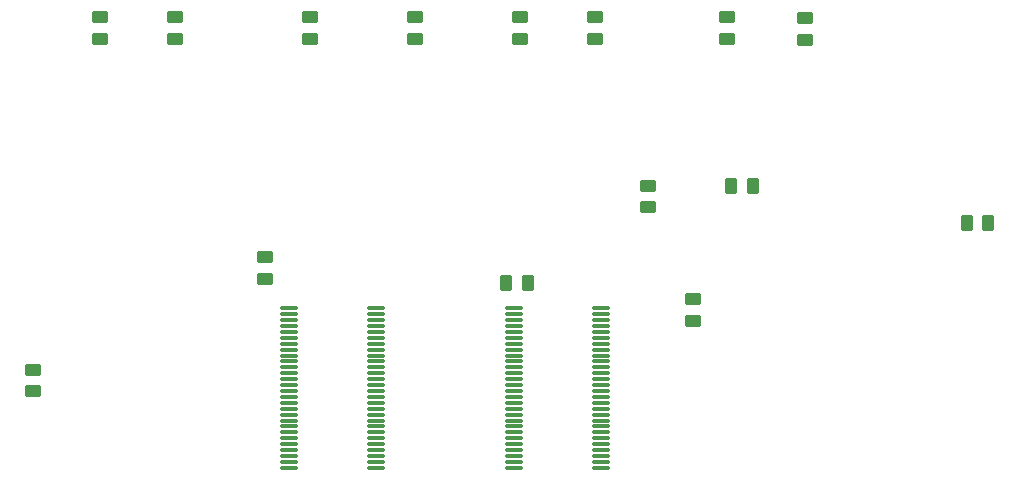
<source format=gbr>
%TF.GenerationSoftware,KiCad,Pcbnew,7.0.8*%
%TF.CreationDate,2023-11-22T21:34:50-08:00*%
%TF.ProjectId,DevkitHotswapPicoHub,4465766b-6974-4486-9f74-737761705069,rev?*%
%TF.SameCoordinates,Original*%
%TF.FileFunction,Paste,Top*%
%TF.FilePolarity,Positive*%
%FSLAX46Y46*%
G04 Gerber Fmt 4.6, Leading zero omitted, Abs format (unit mm)*
G04 Created by KiCad (PCBNEW 7.0.8) date 2023-11-22 21:34:50*
%MOMM*%
%LPD*%
G01*
G04 APERTURE LIST*
G04 Aperture macros list*
%AMRoundRect*
0 Rectangle with rounded corners*
0 $1 Rounding radius*
0 $2 $3 $4 $5 $6 $7 $8 $9 X,Y pos of 4 corners*
0 Add a 4 corners polygon primitive as box body*
4,1,4,$2,$3,$4,$5,$6,$7,$8,$9,$2,$3,0*
0 Add four circle primitives for the rounded corners*
1,1,$1+$1,$2,$3*
1,1,$1+$1,$4,$5*
1,1,$1+$1,$6,$7*
1,1,$1+$1,$8,$9*
0 Add four rect primitives between the rounded corners*
20,1,$1+$1,$2,$3,$4,$5,0*
20,1,$1+$1,$4,$5,$6,$7,0*
20,1,$1+$1,$6,$7,$8,$9,0*
20,1,$1+$1,$8,$9,$2,$3,0*%
G04 Aperture macros list end*
%ADD10RoundRect,0.250000X-0.450000X0.262500X-0.450000X-0.262500X0.450000X-0.262500X0.450000X0.262500X0*%
%ADD11RoundRect,0.075000X-0.662500X-0.075000X0.662500X-0.075000X0.662500X0.075000X-0.662500X0.075000X0*%
%ADD12RoundRect,0.250000X-0.262500X-0.450000X0.262500X-0.450000X0.262500X0.450000X-0.262500X0.450000X0*%
%ADD13RoundRect,0.250000X0.450000X-0.262500X0.450000X0.262500X-0.450000X0.262500X-0.450000X-0.262500X0*%
%ADD14RoundRect,0.075000X0.662500X0.075000X-0.662500X0.075000X-0.662500X-0.075000X0.662500X-0.075000X0*%
%ADD15RoundRect,0.250000X0.262500X0.450000X-0.262500X0.450000X-0.262500X-0.450000X0.262500X-0.450000X0*%
G04 APERTURE END LIST*
D10*
%TO.C,R421*%
X89535000Y-35282500D03*
X89535000Y-37107500D03*
%TD*%
D11*
%TO.C,U501*%
X82647500Y-59925000D03*
X82647500Y-60425000D03*
X82647500Y-60925000D03*
X82647500Y-61425000D03*
X82647500Y-61925000D03*
X82647500Y-62425000D03*
X82647500Y-62925000D03*
X82647500Y-63425000D03*
X82647500Y-63925000D03*
X82647500Y-64425000D03*
X82647500Y-64925000D03*
X82647500Y-65425000D03*
X82647500Y-65925000D03*
X82647500Y-66425000D03*
X82647500Y-66925000D03*
X82647500Y-67425000D03*
X82647500Y-67925000D03*
X82647500Y-68425000D03*
X82647500Y-68925000D03*
X82647500Y-69425000D03*
X82647500Y-69925000D03*
X82647500Y-70425000D03*
X82647500Y-70925000D03*
X82647500Y-71425000D03*
X82647500Y-71925000D03*
X82647500Y-72425000D03*
X82647500Y-72925000D03*
X82647500Y-73425000D03*
X90072500Y-73425000D03*
X90072500Y-72925000D03*
X90072500Y-72425000D03*
X90072500Y-71925000D03*
X90072500Y-71425000D03*
X90072500Y-70925000D03*
X90072500Y-70425000D03*
X90072500Y-69925000D03*
X90072500Y-69425000D03*
X90072500Y-68925000D03*
X90072500Y-68425000D03*
X90072500Y-67925000D03*
X90072500Y-67425000D03*
X90072500Y-66925000D03*
X90072500Y-66425000D03*
X90072500Y-65925000D03*
X90072500Y-65425000D03*
X90072500Y-64925000D03*
X90072500Y-64425000D03*
X90072500Y-63925000D03*
X90072500Y-63425000D03*
X90072500Y-62925000D03*
X90072500Y-62425000D03*
X90072500Y-61925000D03*
X90072500Y-61425000D03*
X90072500Y-60925000D03*
X90072500Y-60425000D03*
X90072500Y-59925000D03*
%TD*%
D10*
%TO.C,R417*%
X53975000Y-35282500D03*
X53975000Y-37107500D03*
%TD*%
%TO.C,R505*%
X97790000Y-59135000D03*
X97790000Y-60960000D03*
%TD*%
%TO.C,R419*%
X74295000Y-35282500D03*
X74295000Y-37107500D03*
%TD*%
D12*
%TO.C,R503*%
X81995000Y-57785000D03*
X83820000Y-57785000D03*
%TD*%
D10*
%TO.C,R418*%
X65405000Y-35282500D03*
X65405000Y-37107500D03*
%TD*%
D13*
%TO.C,R506*%
X93980000Y-51355000D03*
X93980000Y-49530000D03*
%TD*%
D10*
%TO.C,R416*%
X47625000Y-35282500D03*
X47625000Y-37107500D03*
%TD*%
%TO.C,R201*%
X41910000Y-65127500D03*
X41910000Y-66952500D03*
%TD*%
%TO.C,R414*%
X107315000Y-35386000D03*
X107315000Y-37211000D03*
%TD*%
%TO.C,R422*%
X100725000Y-35282500D03*
X100725000Y-37107500D03*
%TD*%
%TO.C,R420*%
X83185000Y-35282500D03*
X83185000Y-37107500D03*
%TD*%
%TO.C,R504*%
X61595000Y-55602500D03*
X61595000Y-57427500D03*
%TD*%
D12*
%TO.C,R301*%
X121007500Y-52705000D03*
X122832500Y-52705000D03*
%TD*%
D14*
%TO.C,U500*%
X71022500Y-73425000D03*
X71022500Y-72925000D03*
X71022500Y-72425000D03*
X71022500Y-71925000D03*
X71022500Y-71425000D03*
X71022500Y-70925000D03*
X71022500Y-70425000D03*
X71022500Y-69925000D03*
X71022500Y-69425000D03*
X71022500Y-68925000D03*
X71022500Y-68425000D03*
X71022500Y-67925000D03*
X71022500Y-67425000D03*
X71022500Y-66925000D03*
X71022500Y-66425000D03*
X71022500Y-65925000D03*
X71022500Y-65425000D03*
X71022500Y-64925000D03*
X71022500Y-64425000D03*
X71022500Y-63925000D03*
X71022500Y-63425000D03*
X71022500Y-62925000D03*
X71022500Y-62425000D03*
X71022500Y-61925000D03*
X71022500Y-61425000D03*
X71022500Y-60925000D03*
X71022500Y-60425000D03*
X71022500Y-59925000D03*
X63597500Y-59925000D03*
X63597500Y-60425000D03*
X63597500Y-60925000D03*
X63597500Y-61425000D03*
X63597500Y-61925000D03*
X63597500Y-62425000D03*
X63597500Y-62925000D03*
X63597500Y-63425000D03*
X63597500Y-63925000D03*
X63597500Y-64425000D03*
X63597500Y-64925000D03*
X63597500Y-65425000D03*
X63597500Y-65925000D03*
X63597500Y-66425000D03*
X63597500Y-66925000D03*
X63597500Y-67425000D03*
X63597500Y-67925000D03*
X63597500Y-68425000D03*
X63597500Y-68925000D03*
X63597500Y-69425000D03*
X63597500Y-69925000D03*
X63597500Y-70425000D03*
X63597500Y-70925000D03*
X63597500Y-71425000D03*
X63597500Y-71925000D03*
X63597500Y-72425000D03*
X63597500Y-72925000D03*
X63597500Y-73425000D03*
%TD*%
D15*
%TO.C,R302*%
X102870000Y-49530000D03*
X101045000Y-49530000D03*
%TD*%
M02*

</source>
